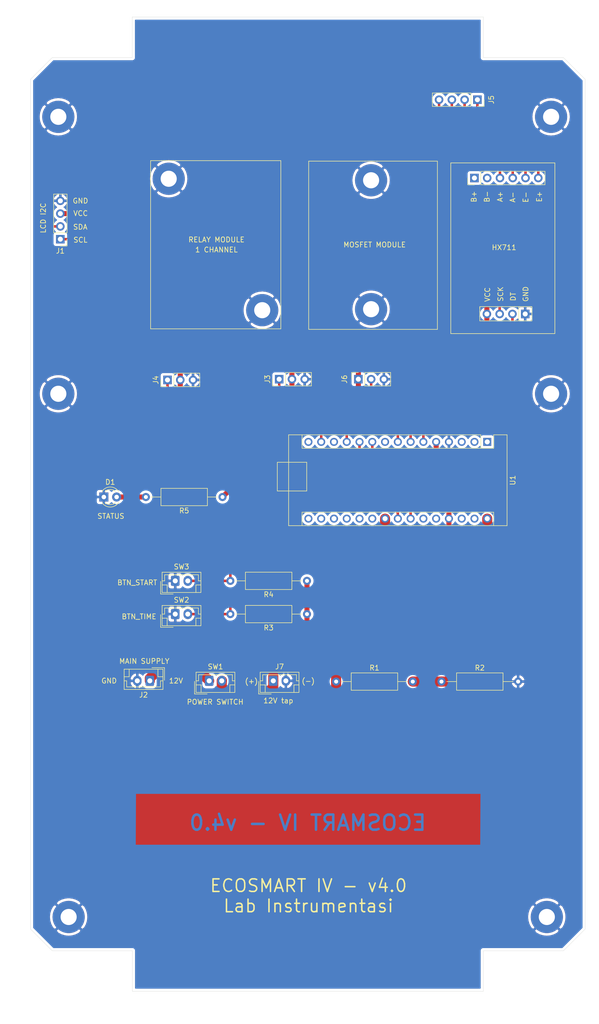
<source format=kicad_pcb>
(kicad_pcb (version 20171130) (host pcbnew 5.1.9+dfsg1-1)
  (layers (0 F.Cu mixed) (31 B.Cu power) (35 F.Paste user hide) (37 F.SilkS user) (38 B.Mask user) (39 F.Mask user) (44 Edge.Cuts user))
  (net 0 "")
  (net 1 SCL)
  (net 2 SDA)
  (net 3 +5V)
  (net 4 GND)
  (net 5 "Net-(J2-Pad1)")
  (net 6 MOSFET)
  (net 7 RELAY)
  (net 8 "Net-(J5-Pad1)")
  (net 9 "Net-(J5-Pad2)")
  (net 10 "Net-(J5-Pad3)")
  (net 11 "Net-(J5-Pad4)")
  (net 12 DROPLET_SENSE)
  (net 13 +12V)
  (net 14 VBATT_SENSE)
  (net 15 BTN_TIME)
  (net 16 BTN_START)
  (net 17 LED_INDICATOR)
  (net 18 D4)
  (net 19 D5)
  (net 20 "Net-(D1-Pad2)")
  (module Module:Arduino_Nano (layer F.Cu) (at 149.44 130.33 270)
    (fp_text reference U1 (at 7.62 -5.08 90) (layer F.SilkS))
    (fp_text value Arduino_Nano_v3.x)
    (fp_line (start 16.64 -3.94) (end -1.4 -3.94) (layer F.SilkS) (width 0.12))
    (fp_line (start 16.64 39.5) (end 16.64 -3.94) (layer F.SilkS) (width 0.12))
    (fp_line (start -1.4 39.5) (end 16.64 39.5) (layer F.SilkS) (width 0.12))
    (fp_line (start 1.27 36.83) (end -1.4 36.83) (layer F.SilkS) (width 0.12))
    (fp_line (start 1.27 1.27) (end 1.27 36.83) (layer F.SilkS) (width 0.12))
    (fp_line (start 1.27 1.27) (end -1.4 1.27) (layer F.SilkS) (width 0.12))
    (fp_line (start 13.97 36.83) (end 16.64 36.83) (layer F.SilkS) (width 0.12))
    (fp_line (start 13.97 -1.27) (end 13.97 36.83) (layer F.SilkS) (width 0.12))
    (fp_line (start 13.97 -1.27) (end 16.64 -1.27) (layer F.SilkS) (width 0.12))
    (fp_line (start -1.4 -3.94) (end -1.4 -1.27) (layer F.SilkS) (width 0.12))
    (fp_line (start -1.4 1.27) (end -1.4 39.5) (layer F.SilkS) (width 0.12))
    (fp_line (start 1.27 -1.27) (end -1.4 -1.27) (layer F.SilkS) (width 0.12))
    (fp_line (start 1.27 1.27) (end 1.27 -1.27) (layer F.SilkS) (width 0.12))
    (pad 1 thru_hole rect (at 0 0 270) (size 1.6 1.6) (drill 1) (layers *.Cu *.Mask))
    (pad 17 thru_hole oval (at 15.24 33.02 270) (size 1.6 1.6) (drill 1) (layers *.Cu *.Mask))
    (pad 2 thru_hole oval (at 0 2.54 270) (size 1.6 1.6) (drill 1) (layers *.Cu *.Mask))
    (pad 18 thru_hole oval (at 15.24 30.48 270) (size 1.6 1.6) (drill 1) (layers *.Cu *.Mask))
    (pad 3 thru_hole oval (at 0 5.08 270) (size 1.6 1.6) (drill 1) (layers *.Cu *.Mask))
    (pad 19 thru_hole oval (at 15.24 27.94 270) (size 1.6 1.6) (drill 1) (layers *.Cu *.Mask))
    (pad 4 thru_hole oval (at 0 7.62 270) (size 1.6 1.6) (drill 1) (layers *.Cu *.Mask) (net 4 GND))
    (pad 20 thru_hole oval (at 15.24 25.4 270) (size 1.6 1.6) (drill 1) (layers *.Cu *.Mask))
    (pad 5 thru_hole oval (at 0 10.16 270) (size 1.6 1.6) (drill 1) (layers *.Cu *.Mask) (net 17 LED_INDICATOR))
    (pad 21 thru_hole oval (at 15.24 22.86 270) (size 1.6 1.6) (drill 1) (layers *.Cu *.Mask))
    (pad 6 thru_hole oval (at 0 12.7 270) (size 1.6 1.6) (drill 1) (layers *.Cu *.Mask) (net 18 D4))
    (pad 22 thru_hole oval (at 15.24 20.32 270) (size 1.6 1.6) (drill 1) (layers *.Cu *.Mask) (net 14 VBATT_SENSE))
    (pad 7 thru_hole oval (at 0 15.24 270) (size 1.6 1.6) (drill 1) (layers *.Cu *.Mask) (net 19 D5))
    (pad 23 thru_hole oval (at 15.24 17.78 270) (size 1.6 1.6) (drill 1) (layers *.Cu *.Mask) (net 2 SDA))
    (pad 8 thru_hole oval (at 0 17.78 270) (size 1.6 1.6) (drill 1) (layers *.Cu *.Mask) (net 12 DROPLET_SENSE))
    (pad 24 thru_hole oval (at 15.24 15.24 270) (size 1.6 1.6) (drill 1) (layers *.Cu *.Mask) (net 1 SCL))
    (pad 9 thru_hole oval (at 0 20.32 270) (size 1.6 1.6) (drill 1) (layers *.Cu *.Mask))
    (pad 25 thru_hole oval (at 15.24 12.7 270) (size 1.6 1.6) (drill 1) (layers *.Cu *.Mask))
    (pad 10 thru_hole oval (at 0 22.86 270) (size 1.6 1.6) (drill 1) (layers *.Cu *.Mask) (net 15 BTN_TIME))
    (pad 26 thru_hole oval (at 15.24 10.16 270) (size 1.6 1.6) (drill 1) (layers *.Cu *.Mask))
    (pad 11 thru_hole oval (at 0 25.4 270) (size 1.6 1.6) (drill 1) (layers *.Cu *.Mask) (net 16 BTN_START))
    (pad 27 thru_hole oval (at 15.24 7.62 270) (size 1.6 1.6) (drill 1) (layers *.Cu *.Mask) (net 3 +5V))
    (pad 12 thru_hole oval (at 0 27.94 270) (size 1.6 1.6) (drill 1) (layers *.Cu *.Mask) (net 6 MOSFET))
    (pad 28 thru_hole oval (at 15.24 5.08 270) (size 1.6 1.6) (drill 1) (layers *.Cu *.Mask))
    (pad 13 thru_hole oval (at 0 30.48 270) (size 1.6 1.6) (drill 1) (layers *.Cu *.Mask))
    (pad 29 thru_hole oval (at 15.24 2.54 270) (size 1.6 1.6) (drill 1) (layers *.Cu *.Mask))
    (pad 14 thru_hole oval (at 0 33.02 270) (size 1.6 1.6) (drill 1) (layers *.Cu *.Mask) (net 7 RELAY))
    (pad 30 thru_hole oval (at 15.24 0 270) (size 1.6 1.6) (drill 1) (layers *.Cu *.Mask) (net 13 +12V))
    (pad 15 thru_hole oval (at 0 35.56 270) (size 1.6 1.6) (drill 1) (layers *.Cu *.Mask))
    (pad 16 thru_hole oval (at 15.24 35.56 270) (size 1.6 1.6) (drill 1) (layers *.Cu *.Mask))
  )
  (module LED_THT:LED_D3.0mm (layer F.Cu) (at 73.19 141.28)
    (fp_text reference D1 (at 1.27 -2.96) (layer F.SilkS))
    (fp_text value GREEN)
    (fp_line (start -0.29 1.08) (end -0.29 1.236) (layer F.SilkS) (width 0.12))
    (fp_line (start -0.29 -1.236) (end -0.29 -1.08) (layer F.SilkS) (width 0.12))
    (fp_arc (start 1.27 0) (end -0.29 -1.235516) (angle 108.8) (layer F.SilkS) (width 0.12))
    (fp_arc (start 1.27 0) (end -0.29 1.235516) (angle -108.8) (layer F.SilkS) (width 0.12))
    (fp_arc (start 1.27 0) (end 0.229039 -1.08) (angle 87.9) (layer F.SilkS) (width 0.12))
    (fp_arc (start 1.27 0) (end 0.229039 1.08) (angle -87.9) (layer F.SilkS) (width 0.12))
    (pad 1 thru_hole rect (at 0 0) (size 1.8 1.8) (drill 0.9) (layers *.Cu *.Mask) (net 4 GND))
    (pad 2 thru_hole circle (at 2.54 0) (size 1.8 1.8) (drill 0.9) (layers *.Cu *.Mask) (net 20 "Net-(D1-Pad2)"))
  )
  (module MountingHole:MountingHole_3.2mm_M3_Pad (layer F.Cu) (at 64.14 120.78)
    (fp_text reference H1)
    (fp_text value MountingHole_Pad)
    (pad 1 thru_hole circle (at 0 0) (size 6.4 6.4) (drill 3.2) (layers *.Cu *.Mask) (net 4 GND))
  )
  (module MountingHole:MountingHole_3.2mm_M3_Pad (layer F.Cu) (at 104.69 104.18)
    (fp_text reference H2)
    (fp_text value MountingHole_Pad)
    (pad 1 thru_hole circle (at 0 0) (size 6.4 6.4) (drill 3.2) (layers *.Cu *.Mask) (net 4 GND))
  )
  (module MountingHole:MountingHole_3.2mm_M3_Pad (layer F.Cu) (at 162.14 65.78)
    (fp_text reference H3)
    (fp_text value MountingHole_Pad)
    (pad 1 thru_hole circle (at 0 0) (size 6.4 6.4) (drill 3.2) (layers *.Cu *.Mask) (net 4 GND))
  )
  (module MountingHole:MountingHole_3.2mm_M3_Pad (layer F.Cu) (at 162.14 120.78)
    (fp_text reference H4)
    (fp_text value MountingHole_Pad)
    (pad 1 thru_hole circle (at 0 0) (size 6.4 6.4) (drill 3.2) (layers *.Cu *.Mask) (net 4 GND))
  )
  (module MountingHole:MountingHole_3.2mm_M3_Pad (layer F.Cu) (at 86.09 78.08)
    (fp_text reference H5)
    (fp_text value MountingHole_Pad)
    (pad 1 thru_hole circle (at 0 0) (size 6.4 6.4) (drill 3.2) (layers *.Cu *.Mask) (net 4 GND))
  )
  (module MountingHole:MountingHole_3.2mm_M3_Pad (layer F.Cu) (at 126.34 103.98)
    (fp_text reference H6)
    (fp_text value MountingHole_Pad)
    (pad 1 thru_hole circle (at 0 0) (size 6.4 6.4) (drill 3.2) (layers *.Cu *.Mask) (net 4 GND))
  )
  (module MountingHole:MountingHole_3.2mm_M3_Pad (layer F.Cu) (at 126.34 78.38)
    (fp_text reference H7)
    (fp_text value MountingHole_Pad)
    (pad 1 thru_hole circle (at 0 0) (size 6.4 6.4) (drill 3.2) (layers *.Cu *.Mask) (net 4 GND))
  )
  (module MountingHole:MountingHole_3.2mm_M3_Pad (layer F.Cu) (at 64.14 65.78)
    (fp_text reference H8)
    (fp_text value MountingHole_Pad)
    (pad 1 thru_hole circle (at 0 0) (size 6.4 6.4) (drill 3.2) (layers *.Cu *.Mask) (net 4 GND))
  )
  (module Connector_PinHeader_2.54mm:PinHeader_1x04_P2.54mm_Vertical (layer F.Cu) (at 64.54 90.08 180)
    (fp_text reference J1 (at 0 -2.33) (layer F.SilkS))
    (fp_text value "LCD I2C")
    (fp_line (start -1.33 -1.33) (end 0 -1.33) (layer F.SilkS) (width 0.12))
    (fp_line (start -1.33 0) (end -1.33 -1.33) (layer F.SilkS) (width 0.12))
    (fp_line (start -1.33 1.27) (end 1.33 1.27) (layer F.SilkS) (width 0.12))
    (fp_line (start 1.33 1.27) (end 1.33 8.95) (layer F.SilkS) (width 0.12))
    (fp_line (start -1.33 1.27) (end -1.33 8.95) (layer F.SilkS) (width 0.12))
    (fp_line (start -1.33 8.95) (end 1.33 8.95) (layer F.SilkS) (width 0.12))
    (pad 1 thru_hole rect (at 0 0 180) (size 1.7 1.7) (drill 1) (layers *.Cu *.Mask) (net 1 SCL))
    (pad 2 thru_hole oval (at 0 2.54 180) (size 1.7 1.7) (drill 1) (layers *.Cu *.Mask) (net 2 SDA))
    (pad 3 thru_hole oval (at 0 5.08 180) (size 1.7 1.7) (drill 1) (layers *.Cu *.Mask) (net 3 +5V))
    (pad 4 thru_hole oval (at 0 7.62 180) (size 1.7 1.7) (drill 1) (layers *.Cu *.Mask) (net 4 GND))
  )
  (module Connector_JST:JST_EH_B2B-EH-A_1x02_P2.50mm_Vertical (layer F.Cu) (at 82.34 177.78 180)
    (fp_text reference J2 (at 1.25 -2.8) (layer F.SilkS))
    (fp_text value 12V)
    (fp_line (start -2.91 2.61) (end -0.41 2.61) (layer F.SilkS) (width 0.12))
    (fp_line (start -2.91 0.11) (end -2.91 2.61) (layer F.SilkS) (width 0.12))
    (fp_line (start 4.11 0.81) (end 4.11 2.31) (layer F.SilkS) (width 0.12))
    (fp_line (start 5.11 0.81) (end 4.11 0.81) (layer F.SilkS) (width 0.12))
    (fp_line (start -1.61 0.81) (end -1.61 2.31) (layer F.SilkS) (width 0.12))
    (fp_line (start -2.61 0.81) (end -1.61 0.81) (layer F.SilkS) (width 0.12))
    (fp_line (start 4.61 0) (end 5.11 0) (layer F.SilkS) (width 0.12))
    (fp_line (start 4.61 -1.21) (end 4.61 0) (layer F.SilkS) (width 0.12))
    (fp_line (start -2.11 -1.21) (end 4.61 -1.21) (layer F.SilkS) (width 0.12))
    (fp_line (start -2.11 0) (end -2.11 -1.21) (layer F.SilkS) (width 0.12))
    (fp_line (start -2.61 0) (end -2.11 0) (layer F.SilkS) (width 0.12))
    (fp_line (start 5.11 -1.71) (end -2.61 -1.71) (layer F.SilkS) (width 0.12))
    (fp_line (start 5.11 2.31) (end 5.11 -1.71) (layer F.SilkS) (width 0.12))
    (fp_line (start -2.61 2.31) (end 5.11 2.31) (layer F.SilkS) (width 0.12))
    (fp_line (start -2.61 -1.71) (end -2.61 2.31) (layer F.SilkS) (width 0.12))
    (pad 1 thru_hole roundrect (at 0 0 180) (size 1.7 2) (drill 1) (layers *.Cu *.Mask) (roundrect_rratio 0.147059) (net 5 "Net-(J2-Pad1)"))
    (pad 2 thru_hole oval (at 2.5 0 180) (size 1.7 2) (drill 1) (layers *.Cu *.Mask) (net 4 GND))
  )
  (module Connector_PinHeader_2.54mm:PinHeader_1x03_P2.54mm_Vertical (layer F.Cu) (at 108.06 117.88 90)
    (fp_text reference J3 (at 0 -2.33 90) (layer F.SilkS))
    (fp_text value MOSFET)
    (fp_line (start -1.33 6.41) (end 1.33 6.41) (layer F.SilkS) (width 0.12))
    (fp_line (start -1.33 1.27) (end -1.33 6.41) (layer F.SilkS) (width 0.12))
    (fp_line (start 1.33 1.27) (end 1.33 6.41) (layer F.SilkS) (width 0.12))
    (fp_line (start -1.33 1.27) (end 1.33 1.27) (layer F.SilkS) (width 0.12))
    (fp_line (start -1.33 0) (end -1.33 -1.33) (layer F.SilkS) (width 0.12))
    (fp_line (start -1.33 -1.33) (end 0 -1.33) (layer F.SilkS) (width 0.12))
    (pad 3 thru_hole oval (at 0 5.08 90) (size 1.7 1.7) (drill 1) (layers *.Cu *.Mask) (net 4 GND))
    (pad 2 thru_hole oval (at 0 2.54 90) (size 1.7 1.7) (drill 1) (layers *.Cu *.Mask) (net 3 +5V))
    (pad 1 thru_hole rect (at 0 0 90) (size 1.7 1.7) (drill 1) (layers *.Cu *.Mask) (net 6 MOSFET))
  )
  (module Connector_PinHeader_2.54mm:PinHeader_1x03_P2.54mm_Vertical (layer F.Cu) (at 85.85 118.03 90)
    (fp_text reference J4 (at 0 -2.33 90) (layer F.SilkS))
    (fp_text value RELAY)
    (fp_line (start -1.33 -1.33) (end 0 -1.33) (layer F.SilkS) (width 0.12))
    (fp_line (start -1.33 0) (end -1.33 -1.33) (layer F.SilkS) (width 0.12))
    (fp_line (start -1.33 1.27) (end 1.33 1.27) (layer F.SilkS) (width 0.12))
    (fp_line (start 1.33 1.27) (end 1.33 6.41) (layer F.SilkS) (width 0.12))
    (fp_line (start -1.33 1.27) (end -1.33 6.41) (layer F.SilkS) (width 0.12))
    (fp_line (start -1.33 6.41) (end 1.33 6.41) (layer F.SilkS) (width 0.12))
    (pad 1 thru_hole rect (at 0 0 90) (size 1.7 1.7) (drill 1) (layers *.Cu *.Mask) (net 7 RELAY))
    (pad 2 thru_hole oval (at 0 2.54 90) (size 1.7 1.7) (drill 1) (layers *.Cu *.Mask) (net 3 +5V))
    (pad 3 thru_hole oval (at 0 5.08 90) (size 1.7 1.7) (drill 1) (layers *.Cu *.Mask) (net 4 GND))
  )
  (module Connector_PinSocket_2.54mm:PinSocket_1x04_P2.54mm_Vertical (layer F.Cu) (at 147.48 62.38 270)
    (fp_text reference J5 (at 0 -2.77 90) (layer F.SilkS))
    (fp_text value LOADCELL)
    (fp_line (start 0 -1.33) (end 1.33 -1.33) (layer F.SilkS) (width 0.12))
    (fp_line (start 1.33 -1.33) (end 1.33 0) (layer F.SilkS) (width 0.12))
    (fp_line (start 1.33 1.27) (end 1.33 8.95) (layer F.SilkS) (width 0.12))
    (fp_line (start -1.33 8.95) (end 1.33 8.95) (layer F.SilkS) (width 0.12))
    (fp_line (start -1.33 1.27) (end -1.33 8.95) (layer F.SilkS) (width 0.12))
    (fp_line (start -1.33 1.27) (end 1.33 1.27) (layer F.SilkS) (width 0.12))
    (pad 1 thru_hole rect (at 0 0 270) (size 1.7 1.7) (drill 1) (layers *.Cu *.Mask) (net 8 "Net-(J5-Pad1)"))
    (pad 2 thru_hole oval (at 0 2.54 270) (size 1.7 1.7) (drill 1) (layers *.Cu *.Mask) (net 9 "Net-(J5-Pad2)"))
    (pad 3 thru_hole oval (at 0 5.08 270) (size 1.7 1.7) (drill 1) (layers *.Cu *.Mask) (net 10 "Net-(J5-Pad3)"))
    (pad 4 thru_hole oval (at 0 7.62 270) (size 1.7 1.7) (drill 1) (layers *.Cu *.Mask) (net 11 "Net-(J5-Pad4)"))
  )
  (module Connector_PinSocket_2.54mm:PinSocket_1x03_P2.54mm_Vertical (layer F.Cu) (at 123.81 117.88 90)
    (fp_text reference J6 (at 0 -2.77 90) (layer F.SilkS))
    (fp_text value SENSOR)
    (fp_line (start 0 -1.33) (end 1.33 -1.33) (layer F.SilkS) (width 0.12))
    (fp_line (start 1.33 -1.33) (end 1.33 0) (layer F.SilkS) (width 0.12))
    (fp_line (start 1.33 1.27) (end 1.33 6.41) (layer F.SilkS) (width 0.12))
    (fp_line (start -1.33 6.41) (end 1.33 6.41) (layer F.SilkS) (width 0.12))
    (fp_line (start -1.33 1.27) (end -1.33 6.41) (layer F.SilkS) (width 0.12))
    (fp_line (start -1.33 1.27) (end 1.33 1.27) (layer F.SilkS) (width 0.12))
    (pad 1 thru_hole rect (at 0 0 90) (size 1.7 1.7) (drill 1) (layers *.Cu *.Mask) (net 3 +5V))
    (pad 2 thru_hole oval (at 0 2.54 90) (size 1.7 1.7) (drill 1) (layers *.Cu *.Mask) (net 12 DROPLET_SENSE))
    (pad 3 thru_hole oval (at 0 5.08 90) (size 1.7 1.7) (drill 1) (layers *.Cu *.Mask) (net 4 GND))
  )
  (module Connector_JST:JST_EH_B2B-EH-A_1x02_P2.50mm_Vertical (layer F.Cu) (at 106.89 177.78)
    (fp_text reference J7 (at 1.25 -2.8) (layer F.SilkS))
    (fp_text value 12V)
    (fp_line (start -2.91 2.61) (end -0.41 2.61) (layer F.SilkS) (width 0.12))
    (fp_line (start -2.91 0.11) (end -2.91 2.61) (layer F.SilkS) (width 0.12))
    (fp_line (start 4.11 0.81) (end 4.11 2.31) (layer F.SilkS) (width 0.12))
    (fp_line (start 5.11 0.81) (end 4.11 0.81) (layer F.SilkS) (width 0.12))
    (fp_line (start -1.61 0.81) (end -1.61 2.31) (layer F.SilkS) (width 0.12))
    (fp_line (start -2.61 0.81) (end -1.61 0.81) (layer F.SilkS) (width 0.12))
    (fp_line (start 4.61 0) (end 5.11 0) (layer F.SilkS) (width 0.12))
    (fp_line (start 4.61 -1.21) (end 4.61 0) (layer F.SilkS) (width 0.12))
    (fp_line (start -2.11 -1.21) (end 4.61 -1.21) (layer F.SilkS) (width 0.12))
    (fp_line (start -2.11 0) (end -2.11 -1.21) (layer F.SilkS) (width 0.12))
    (fp_line (start -2.61 0) (end -2.11 0) (layer F.SilkS) (width 0.12))
    (fp_line (start 5.11 -1.71) (end -2.61 -1.71) (layer F.SilkS) (width 0.12))
    (fp_line (start 5.11 2.31) (end 5.11 -1.71) (layer F.SilkS) (width 0.12))
    (fp_line (start -2.61 2.31) (end 5.11 2.31) (layer F.SilkS) (width 0.12))
    (fp_line (start -2.61 -1.71) (end -2.61 2.31) (layer F.SilkS) (width 0.12))
    (pad 1 thru_hole roundrect (at 0 0) (size 1.7 2) (drill 1) (layers *.Cu *.Mask) (roundrect_rratio 0.147059) (net 13 +12V))
    (pad 2 thru_hole oval (at 2.5 0) (size 1.7 2) (drill 1) (layers *.Cu *.Mask) (net 4 GND))
  )
  (module Resistor_THT:R_Axial_DIN0309_L9.0mm_D3.2mm_P15.24mm_Horizontal (layer F.Cu) (at 119.39 177.93)
    (fp_text reference R1 (at 7.62 -2.72) (layer F.SilkS))
    (fp_text value 64k)
    (fp_line (start 14.2 0) (end 12.24 0) (layer F.SilkS) (width 0.12))
    (fp_line (start 1.04 0) (end 3 0) (layer F.SilkS) (width 0.12))
    (fp_line (start 12.24 -1.72) (end 3 -1.72) (layer F.SilkS) (width 0.12))
    (fp_line (start 12.24 1.72) (end 12.24 -1.72) (layer F.SilkS) (width 0.12))
    (fp_line (start 3 1.72) (end 12.24 1.72) (layer F.SilkS) (width 0.12))
    (fp_line (start 3 -1.72) (end 3 1.72) (layer F.SilkS) (width 0.12))
    (pad 1 thru_hole circle (at 0 0) (size 1.6 1.6) (drill 0.8) (layers *.Cu *.Mask) (net 13 +12V))
    (pad 2 thru_hole oval (at 15.24 0) (size 1.6 1.6) (drill 0.8) (layers *.Cu *.Mask) (net 14 VBATT_SENSE))
  )
  (module Resistor_THT:R_Axial_DIN0309_L9.0mm_D3.2mm_P15.24mm_Horizontal (layer F.Cu) (at 140.34 177.93)
    (fp_text reference R2 (at 7.62 -2.72) (layer F.SilkS))
    (fp_text value 32k)
    (fp_line (start 3 -1.72) (end 3 1.72) (layer F.SilkS) (width 0.12))
    (fp_line (start 3 1.72) (end 12.24 1.72) (layer F.SilkS) (width 0.12))
    (fp_line (start 12.24 1.72) (end 12.24 -1.72) (layer F.SilkS) (width 0.12))
    (fp_line (start 12.24 -1.72) (end 3 -1.72) (layer F.SilkS) (width 0.12))
    (fp_line (start 1.04 0) (end 3 0) (layer F.SilkS) (width 0.12))
    (fp_line (start 14.2 0) (end 12.24 0) (layer F.SilkS) (width 0.12))
    (pad 2 thru_hole oval (at 15.24 0) (size 1.6 1.6) (drill 0.8) (layers *.Cu *.Mask) (net 4 GND))
    (pad 1 thru_hole circle (at 0 0) (size 1.6 1.6) (drill 0.8) (layers *.Cu *.Mask) (net 14 VBATT_SENSE))
  )
  (module Resistor_THT:R_Axial_DIN0309_L9.0mm_D3.2mm_P15.24mm_Horizontal (layer F.Cu) (at 113.59 164.53 180)
    (fp_text reference R3 (at 7.62 -2.72) (layer F.SilkS))
    (fp_text value 10k)
    (fp_line (start 3 -1.72) (end 3 1.72) (layer F.SilkS) (width 0.12))
    (fp_line (start 3 1.72) (end 12.24 1.72) (layer F.SilkS) (width 0.12))
    (fp_line (start 12.24 1.72) (end 12.24 -1.72) (layer F.SilkS) (width 0.12))
    (fp_line (start 12.24 -1.72) (end 3 -1.72) (layer F.SilkS) (width 0.12))
    (fp_line (start 1.04 0) (end 3 0) (layer F.SilkS) (width 0.12))
    (fp_line (start 14.2 0) (end 12.24 0) (layer F.SilkS) (width 0.12))
    (pad 2 thru_hole oval (at 15.24 0 180) (size 1.6 1.6) (drill 0.8) (layers *.Cu *.Mask) (net 15 BTN_TIME))
    (pad 1 thru_hole circle (at 0 0 180) (size 1.6 1.6) (drill 0.8) (layers *.Cu *.Mask) (net 3 +5V))
  )
  (module Resistor_THT:R_Axial_DIN0309_L9.0mm_D3.2mm_P15.24mm_Horizontal (layer F.Cu) (at 113.59 157.93 180)
    (fp_text reference R4 (at 7.62 -2.72) (layer F.SilkS))
    (fp_text value 10k)
    (fp_line (start 14.2 0) (end 12.24 0) (layer F.SilkS) (width 0.12))
    (fp_line (start 1.04 0) (end 3 0) (layer F.SilkS) (width 0.12))
    (fp_line (start 12.24 -1.72) (end 3 -1.72) (layer F.SilkS) (width 0.12))
    (fp_line (start 12.24 1.72) (end 12.24 -1.72) (layer F.SilkS) (width 0.12))
    (fp_line (start 3 1.72) (end 12.24 1.72) (layer F.SilkS) (width 0.12))
    (fp_line (start 3 -1.72) (end 3 1.72) (layer F.SilkS) (width 0.12))
    (pad 1 thru_hole circle (at 0 0 180) (size 1.6 1.6) (drill 0.8) (layers *.Cu *.Mask) (net 3 +5V))
    (pad 2 thru_hole oval (at 15.24 0 180) (size 1.6 1.6) (drill 0.8) (layers *.Cu *.Mask) (net 16 BTN_START))
  )
  (module Resistor_THT:R_Axial_DIN0309_L9.0mm_D3.2mm_P15.24mm_Horizontal (layer F.Cu) (at 96.79 141.28 180)
    (fp_text reference R5 (at 7.62 -2.72) (layer F.SilkS))
    (fp_text value 3k3)
    (fp_line (start 14.2 0) (end 12.24 0) (layer F.SilkS) (width 0.12))
    (fp_line (start 1.04 0) (end 3 0) (layer F.SilkS) (width 0.12))
    (fp_line (start 12.24 -1.72) (end 3 -1.72) (layer F.SilkS) (width 0.12))
    (fp_line (start 12.24 1.72) (end 12.24 -1.72) (layer F.SilkS) (width 0.12))
    (fp_line (start 3 1.72) (end 12.24 1.72) (layer F.SilkS) (width 0.12))
    (fp_line (start 3 -1.72) (end 3 1.72) (layer F.SilkS) (width 0.12))
    (pad 1 thru_hole circle (at 0 0 180) (size 1.6 1.6) (drill 0.8) (layers *.Cu *.Mask) (net 17 LED_INDICATOR))
    (pad 2 thru_hole oval (at 15.24 0 180) (size 1.6 1.6) (drill 0.8) (layers *.Cu *.Mask) (net 20 "Net-(D1-Pad2)"))
  )
  (module Connector_JST:JST_EH_B2B-EH-A_1x02_P2.50mm_Vertical (layer F.Cu) (at 94.14 177.78)
    (fp_text reference SW1 (at 1.25 -2.8) (layer F.SilkS))
    (fp_text value BTN_POWER)
    (fp_line (start -2.61 -1.71) (end -2.61 2.31) (layer F.SilkS) (width 0.12))
    (fp_line (start -2.61 2.31) (end 5.11 2.31) (layer F.SilkS) (width 0.12))
    (fp_line (start 5.11 2.31) (end 5.11 -1.71) (layer F.SilkS) (width 0.12))
    (fp_line (start 5.11 -1.71) (end -2.61 -1.71) (layer F.SilkS) (width 0.12))
    (fp_line (start -2.61 0) (end -2.11 0) (layer F.SilkS) (width 0.12))
    (fp_line (start -2.11 0) (end -2.11 -1.21) (layer F.SilkS) (width 0.12))
    (fp_line (start -2.11 -1.21) (end 4.61 -1.21) (layer F.SilkS) (width 0.12))
    (fp_line (start 4.61 -1.21) (end 4.61 0) (layer F.SilkS) (width 0.12))
    (fp_line (start 4.61 0) (end 5.11 0) (layer F.SilkS) (width 0.12))
    (fp_line (start -2.61 0.81) (end -1.61 0.81) (layer F.SilkS) (width 0.12))
    (fp_line (start -1.61 0.81) (end -1.61 2.31) (layer F.SilkS) (width 0.12))
    (fp_line (start 5.11 0.81) (end 4.11 0.81) (layer F.SilkS) (width 0.12))
    (fp_line (start 4.11 0.81) (end 4.11 2.31) (layer F.SilkS) (width 0.12))
    (fp_line (start -2.91 0.11) (end -2.91 2.61) (layer F.SilkS) (width 0.12))
    (fp_line (start -2.91 2.61) (end -0.41 2.61) (layer F.SilkS) (width 0.12))
    (pad 2 thru_hole oval (at 2.5 0) (size 1.7 2) (drill 1) (layers *.Cu *.Mask) (net 13 +12V))
    (pad 1 thru_hole roundrect (at 0 0) (size 1.7 2) (drill 1) (layers *.Cu *.Mask) (roundrect_rratio 0.147059) (net 5 "Net-(J2-Pad1)"))
  )
  (module Connector_JST:JST_EH_B2B-EH-A_1x02_P2.50mm_Vertical (layer F.Cu) (at 87.39 164.53)
    (fp_text reference SW2 (at 1.25 -2.8) (layer F.SilkS))
    (fp_text value BTN_TIME)
    (fp_line (start -2.61 -1.71) (end -2.61 2.31) (layer F.SilkS) (width 0.12))
    (fp_line (start -2.61 2.31) (end 5.11 2.31) (layer F.SilkS) (width 0.12))
    (fp_line (start 5.11 2.31) (end 5.11 -1.71) (layer F.SilkS) (width 0.12))
    (fp_line (start 5.11 -1.71) (end -2.61 -1.71) (layer F.SilkS) (width 0.12))
    (fp_line (start -2.61 0) (end -2.11 0) (layer F.SilkS) (width 0.12))
    (fp_line (start -2.11 0) (end -2.11 -1.21) (layer F.SilkS) (width 0.12))
    (fp_line (start -2.11 -1.21) (end 4.61 -1.21) (layer F.SilkS) (width 0.12))
    (fp_line (start 4.61 -1.21) (end 4.61 0) (layer F.SilkS) (width 0.12))
    (fp_line (start 4.61 0) (end 5.11 0) (layer F.SilkS) (width 0.12))
    (fp_line (start -2.61 0.81) (end -1.61 0.81) (layer F.SilkS) (width 0.12))
    (fp_line (start -1.61 0.81) (end -1.61 2.31) (layer F.SilkS) (width 0.12))
    (fp_line (start 5.11 0.81) (end 4.11 0.81) (layer F.SilkS) (width 0.12))
    (fp_line (start 4.11 0.81) (end 4.11 2.31) (layer F.SilkS) (width 0.12))
    (fp_line (start -2.91 0.11) (end -2.91 2.61) (layer F.SilkS) (width 0.12))
    (fp_line (start -2.91 2.61) (end -0.41 2.61) (layer F.SilkS) (width 0.12))
    (pad 2 thru_hole oval (at 2.5 0) (size 1.7 2) (drill 1) (layers *.Cu *.Mask) (net 15 BTN_TIME))
    (pad 1 thru_hole roundrect (at 0 0) (size 1.7 2) (drill 1) (layers *.Cu *.Mask) (roundrect_rratio 0.147059) (net 4 GND))
  )
  (module Connector_JST:JST_EH_B2B-EH-A_1x02_P2.50mm_Vertical (layer F.Cu) (at 87.39 157.93)
    (fp_text reference SW3 (at 1.25 -2.8) (layer F.SilkS))
    (fp_text value BTN_START)
    (fp_line (start -2.91 2.61) (end -0.41 2.61) (layer F.SilkS) (width 0.12))
    (fp_line (start -2.91 0.11) (end -2.91 2.61) (layer F.SilkS) (width 0.12))
    (fp_line (start 4.11 0.81) (end 4.11 2.31) (layer F.SilkS) (width 0.12))
    (fp_line (start 5.11 0.81) (end 4.11 0.81) (layer F.SilkS) (width 0.12))
    (fp_line (start -1.61 0.81) (end -1.61 2.31) (layer F.SilkS) (width 0.12))
    (fp_line (start -2.61 0.81) (end -1.61 0.81) (layer F.SilkS) (width 0.12))
    (fp_line (start 4.61 0) (end 5.11 0) (layer F.SilkS) (width 0.12))
    (fp_line (start 4.61 -1.21) (end 4.61 0) (layer F.SilkS) (width 0.12))
    (fp_line (start -2.11 -1.21) (end 4.61 -1.21) (layer F.SilkS) (width 0.12))
    (fp_line (start -2.11 0) (end -2.11 -1.21) (layer F.SilkS) (width 0.12))
    (fp_line (start -2.61 0) (end -2.11 0) (layer F.SilkS) (width 0.12))
    (fp_line (start 5.11 -1.71) (end -2.61 -1.71) (layer F.SilkS) (width 0.12))
    (fp_line (start 5.11 2.31) (end 5.11 -1.71) (layer F.SilkS) (width 0.12))
    (fp_line (start -2.61 2.31) (end 5.11 2.31) (layer F.SilkS) (width 0.12))
    (fp_line (start -2.61 -1.71) (end -2.61 2.31) (layer F.SilkS) (width 0.12))
    (pad 1 thru_hole roundrect (at 0 0) (size 1.7 2) (drill 1) (layers *.Cu *.Mask) (roundrect_rratio 0.147059) (net 4 GND))
    (pad 2 thru_hole oval (at 2.5 0) (size 1.7 2) (drill 1) (layers *.Cu *.Mask) (net 16 BTN_START))
  )
  (module LoadCell:HX711 (layer F.Cu) (at 162.89 108.83 90)
    (fp_text reference U2)
    (fp_text value HX711)
    (fp_line (start 29.57 -14.73) (end 32.23 -14.73) (layer F.SilkS) (width 0.12))
    (fp_line (start 29.57 -14.73) (end 29.57 -1.97) (layer F.SilkS) (width 0.12))
    (fp_line (start 32.23 -14.73) (end 32.23 -1.97) (layer F.SilkS) (width 0.12))
    (fp_line (start 29.57 -1.97) (end 32.23 -1.97) (layer F.SilkS) (width 0.12))
    (fp_line (start 29.57 -16) (end 29.57 -17.33) (layer F.SilkS) (width 0.12))
    (fp_line (start 29.57 -17.33) (end 30.9 -17.33) (layer F.SilkS) (width 0.12))
    (fp_line (start 33.9 0) (end 33.9 -20.7) (layer F.SilkS) (width 0.12))
    (fp_line (start 0 0) (end 33.9 0) (layer F.SilkS) (width 0.12))
    (fp_line (start 0 0) (end 0 -20.7) (layer F.SilkS) (width 0.12))
    (fp_line (start 0 -20.7) (end 33.9 -20.7) (layer F.SilkS) (width 0.12))
    (fp_line (start 5.23 -7.17) (end 2.57 -7.17) (layer F.SilkS) (width 0.12))
    (fp_line (start 5.23 -4.57) (end 3.9 -4.57) (layer F.SilkS) (width 0.12))
    (fp_line (start 3.89 -4.57) (end 2.53 -4.57) (layer F.SilkS) (width 0.12))
    (fp_line (start 2.53 -4.57) (end 2.53 -14.93) (layer F.SilkS) (width 0.12))
    (fp_line (start 2.53 -14.93) (end 5.25 -14.93) (layer F.SilkS) (width 0.12))
    (fp_line (start 5.34 -4.57) (end 5.03 -4.57) (layer F.SilkS) (width 0.12))
    (fp_line (start 5.36 -4.58) (end 5.36 -14.94) (layer F.SilkS) (width 0.12))
    (fp_line (start 5.3 -7.17) (end 5.1 -7.17) (layer F.SilkS) (width 0.12))
    (fp_line (start 5.34 -14.93) (end 4.94 -14.93) (layer F.SilkS) (width 0.12))
    (fp_text user GND (at 7.85 -5.8 90) (layer F.SilkS))
    (fp_text user DT (at 7.35 -8.3 90) (layer F.SilkS))
    (fp_text user SCK (at 7.85 -10.8 90) (layer F.SilkS))
    (fp_text user VCC (at 7.75 -13.4 90) (layer F.SilkS))
    (fp_text user E+ (at 27.2 -3.1 90) (layer F.SilkS))
    (fp_text user E- (at 27.1 -5.8 90) (layer F.SilkS))
    (fp_text user A- (at 27.1 -8.4 90) (layer F.SilkS))
    (fp_text user A+ (at 27.2 -10.9 90) (layer F.SilkS))
    (fp_text user B- (at 27.2 -13.5 90) (layer F.SilkS))
    (fp_text user B+ (at 27.2 -16.1 90) (layer F.SilkS))
    (fp_text user HX711 (at 17.1 -10.1 180) (layer F.SilkS))
    (pad 2 thru_hole oval (at 3.9 -8.44 270) (size 1.7 1.7) (drill 1) (layers *.Cu *.Mask) (net 19 D5))
    (pad 1 thru_hole rect (at 3.9 -5.9 270) (size 1.7 1.7) (drill 1) (layers *.Cu *.Mask) (net 4 GND))
    (pad 3 thru_hole oval (at 3.9 -10.98 270) (size 1.7 1.7) (drill 1) (layers *.Cu *.Mask) (net 18 D4))
    (pad 4 thru_hole oval (at 3.9 -13.52 270) (size 1.7 1.7) (drill 1) (layers *.Cu *.Mask) (net 3 +5V))
    (pad 8 thru_hole oval (at 30.9 -10.92 90) (size 1.7 1.7) (drill 1) (layers *.Cu *.Mask) (net 11 "Net-(J5-Pad4)"))
    (pad 10 thru_hole rect (at 30.9 -16 90) (size 1.7 1.7) (drill 1) (layers *.Cu *.Mask))
    (pad 7 thru_hole oval (at 30.9 -8.38 90) (size 1.7 1.7) (drill 1) (layers *.Cu *.Mask) (net 10 "Net-(J5-Pad3)"))
    (pad 6 thru_hole oval (at 30.9 -5.84 90) (size 1.7 1.7) (drill 1) (layers *.Cu *.Mask) (net 9 "Net-(J5-Pad2)"))
    (pad 5 thru_hole oval (at 30.9 -3.3 90) (size 1.7 1.7) (drill 1) (layers *.Cu *.Mask) (net 8 "Net-(J5-Pad1)"))
    (pad 9 thru_hole oval (at 30.9 -13.46 90) (size 1.7 1.7) (drill 1) (layers *.Cu *.Mask))
  )
  (module MountingHole:MountingHole_3.2mm_M3_Pad (layer F.Cu) (at 161.29 224.68)
    (fp_text reference H9)
    (fp_text value MountingHole_Pad)
    (pad 1 thru_hole circle (at 0 0) (size 6.4 6.4) (drill 3.2) (layers *.Cu *.Mask) (net 4 GND))
  )
  (module MountingHole:MountingHole_3.2mm_M3_Pad (layer F.Cu) (at 66.19 224.68)
    (fp_text reference H10)
    (fp_text value MountingHole_Pad)
    (pad 1 thru_hole circle (at 0 0) (size 6.4 6.4) (drill 3.2) (layers *.Cu *.Mask) (net 4 GND))
  )
  (gr_text SCL (at 68.54 90.23) (layer F.SilkS) (effects (font (size 1 1))))
  (gr_text "LCD I2C" (at 61.14 85.88 90) (layer F.SilkS) (effects (font (size 1 1))))
  (gr_text "ECOSMART IV - v4.0\nLab Instrumentasi" (at 113.89 220.48) (layer F.SilkS) (effects (font (size 2.5 2.5) (thickness 0.3))))
  (gr_text STATUS (at 74.59 145.08) (layer F.SilkS) (effects (font (size 1 1))))
  (gr_text "ECOSMART IV - v4.0" (at 113.74 205.98) (layer B.Cu) (effects (font (size 3 3) (thickness 0.5)) (justify mirror)))
  (gr_text BTN_START (at 79.84 158.28) (layer F.SilkS) (effects (font (size 1 1))))
  (gr_text BTN_TIME (at 80.19 165.03) (layer F.SilkS) (effects (font (size 1 1))))
  (gr_line (start 107.69 134.43) (end 107.69 140.08) (layer F.SilkS) (width 0.12))
  (gr_line (start 113.54 134.38) (end 107.69 134.38) (layer F.SilkS) (width 0.12))
  (gr_line (start 113.54 140.08) (end 113.54 134.38) (layer F.SilkS) (width 0.12))
  (gr_line (start 107.69 140.08) (end 113.54 140.08) (layer F.SilkS) (width 0.12))
  (gr_text "(-)" (at 113.84 177.83) (layer F.SilkS) (effects (font (size 1 1))))
  (gr_text "(+)" (at 102.54 177.88) (layer F.SilkS) (effects (font (size 1 1))))
  (gr_text "12V tap" (at 107.89 181.73) (layer F.SilkS) (effects (font (size 1 1))))
  (gr_text GND (at 74.24 177.78) (layer F.SilkS) (effects (font (size 1 1))))
  (gr_text 12V (at 87.54 177.78) (layer F.SilkS) (effects (font (size 1 1))))
  (gr_text "MAIN SUPPLY" (at 81.24 173.88) (layer F.SilkS) (effects (font (size 1 1))))
  (gr_text "POWER SWITCH" (at 95.34 181.98) (layer F.SilkS) (effects (font (size 1 1))))
  (gr_text SDA (at 68.51 87.66) (layer F.SilkS) (effects (font (size 1 1))))
  (gr_text VCC (at 68.57 84.95) (layer F.SilkS) (effects (font (size 1 1))))
  (gr_text GND (at 68.54 82.47) (layer F.SilkS) (effects (font (size 1 1))))
  (gr_line (start 82.49 107.88) (end 108.39 107.88) (layer F.SilkS) (width 0.12))
  (gr_text "1 CHANNEL" (at 95.59 92.18) (layer F.SilkS) (effects (font (size 1 1))))
  (gr_text "RELAY MODULE" (at 95.59 90.18) (layer F.SilkS) (effects (font (size 1 1))))
  (gr_line (start 108.39 74.48) (end 108.39 107.88) (layer F.SilkS) (width 0.12))
  (gr_line (start 82.49 74.48) (end 82.49 107.88) (layer F.SilkS) (width 0.12))
  (gr_line (start 82.49 74.48) (end 108.39 74.48) (layer F.SilkS) (width 0.12))
  (gr_text "MOSFET MODULE" (at 127.04 91.18) (layer F.SilkS) (effects (font (size 1 1))))
  (gr_line (start 113.93 74.58) (end 113.93 107.99) (layer F.SilkS) (width 0.12))
  (gr_line (start 139.53 74.58) (end 113.93 74.58) (layer F.SilkS) (width 0.12))
  (gr_line (start 139.53 107.99) (end 139.53 74.58) (layer F.SilkS) (width 0.12))
  (gr_line (start 139.53 107.99) (end 113.99 107.99) (layer F.SilkS) (width 0.12))
  (gr_line (start 62.93 231.39) (end 58.6 227.06) (layer Edge.Cuts) (width 0.05))
  (gr_line (start 78.86 231.39) (end 62.93 231.39) (layer Edge.Cuts) (width 0.05))
  (gr_line (start 78.86 231.39) (end 78.86 239.45) (layer Edge.Cuts) (width 0.05))
  (gr_line (start 148.67 231.39) (end 164.6 231.39) (layer Edge.Cuts) (width 0.05))
  (gr_line (start 148.67 231.39) (end 148.67 239.45) (layer Edge.Cuts) (width 0.05))
  (gr_line (start 164.6 231.39) (end 168.93 227.06) (layer Edge.Cuts) (width 0.05))
  (gr_line (start 78.86 239.45) (end 148.67 239.45) (layer Edge.Cuts) (width 0.05))
  (gr_line (start 168.93 58.34) (end 168.93 227.06) (layer Edge.Cuts) (width 0.05))
  (gr_line (start 58.6 58.34) (end 58.6 227.06) (layer Edge.Cuts) (width 0.05))
  (gr_line (start 78.84 54.01) (end 78.84 45.95) (layer Edge.Cuts) (width 0.05))
  (gr_line (start 148.67 45.95) (end 78.84 45.95) (layer Edge.Cuts) (width 0.05))
  (gr_line (start 148.67 54.01) (end 148.67 45.95) (layer Edge.Cuts) (width 0.05))
  (gr_line (start 164.6 54.01) (end 148.67 54.01) (layer Edge.Cuts) (width 0.05))
  (gr_line (start 168.93 58.34) (end 164.6 54.01) (layer Edge.Cuts) (width 0.05))
  (gr_line (start 62.93 54.01) (end 78.84 54.01) (layer Edge.Cuts) (width 0.05))
  (gr_line (start 58.6 58.34) (end 62.93 54.01) (layer Edge.Cuts) (width 0.05))
  (segment (start 134.2 145.57) (end 134.2 143.59) (width 0.5) (layer F.Cu) (net 1))
  (segment (start 134.2 143.59) (end 132.14 141.53) (width 0.5) (layer F.Cu) (net 1))
  (segment (start 132.14 141.53) (end 111.84 141.53) (width 0.5) (layer F.Cu) (net 1))
  (segment (start 104.94 148.43) (end 104.94 166.63) (width 0.5) (layer F.Cu) (net 1))
  (segment (start 111.84 141.53) (end 104.94 148.43) (width 0.5) (layer F.Cu) (net 1))
  (segment (start 104.94 166.63) (end 103.79 167.78) (width 0.5) (layer F.Cu) (net 1))
  (segment (start 103.79 167.78) (end 79.69 167.78) (width 0.5) (layer F.Cu) (net 1))
  (segment (start 75.04 163.13) (end 75.04 163.03) (width 0.5) (layer F.Cu) (net 1))
  (segment (start 79.69 167.78) (end 75.04 163.13) (width 0.5) (layer F.Cu) (net 1))
  (segment (start 75.04 163.03) (end 70.84 158.83) (width 0.5) (layer F.Cu) (net 1))
  (segment (start 70.84 158.83) (end 70.84 93.83) (width 0.5) (layer F.Cu) (net 1))
  (segment (start 67.09 90.08) (end 64.54 90.08) (width 0.5) (layer F.Cu) (net 1))
  (segment (start 70.84 93.83) (end 67.09 90.08) (width 0.5) (layer F.Cu) (net 1))
  (segment (start 62.43 87.54) (end 64.54 87.54) (width 0.5) (layer F.Cu) (net 2))
  (segment (start 61.24 92.63) (end 61.24 88.73) (width 0.5) (layer F.Cu) (net 2))
  (segment (start 61.24 88.73) (end 62.43 87.54) (width 0.5) (layer F.Cu) (net 2))
  (segment (start 67.84 99.23) (end 61.24 92.63) (width 0.5) (layer F.Cu) (net 2))
  (segment (start 69.64 160.83) (end 69.64 101.03) (width 0.5) (layer F.Cu) (net 2))
  (segment (start 104.69 169.33) (end 78.14 169.33) (width 0.5) (layer F.Cu) (net 2))
  (segment (start 106.99 167.03) (end 104.69 169.33) (width 0.5) (layer F.Cu) (net 2))
  (segment (start 106.99 149.38) (end 106.99 167.03) (width 0.5) (layer F.Cu) (net 2))
  (segment (start 78.14 169.33) (end 69.64 160.83) (width 0.5) (layer F.Cu) (net 2))
  (segment (start 130.29 143.03) (end 113.34 143.03) (width 0.5) (layer F.Cu) (net 2))
  (segment (start 131.66 144.4) (end 130.29 143.03) (width 0.5) (layer F.Cu) (net 2))
  (segment (start 69.64 101.03) (end 67.465 98.855) (width 0.5) (layer F.Cu) (net 2))
  (segment (start 113.34 143.03) (end 106.99 149.38) (width 0.5) (layer F.Cu) (net 2))
  (segment (start 131.66 145.57) (end 131.66 144.4) (width 0.5) (layer F.Cu) (net 2))
  (segment (start 113.59 164.53) (end 113.59 157.93) (width 1) (layer F.Cu) (net 3))
  (segment (start 154.94 141.78) (end 143.04 141.78) (width 1) (layer F.Cu) (net 3))
  (segment (start 143.04 141.78) (end 141.82 143) (width 1) (layer F.Cu) (net 3))
  (segment (start 156.64 140.08) (end 154.94 141.78) (width 1) (layer F.Cu) (net 3))
  (segment (start 141.82 143) (end 141.82 145.57) (width 1) (layer F.Cu) (net 3))
  (segment (start 156.64 123.78) (end 156.64 140.08) (width 1) (layer F.Cu) (net 3))
  (segment (start 156.64 123.18) (end 156.64 123.78) (width 1) (layer F.Cu) (net 3))
  (segment (start 156.64 115.18) (end 156.64 123.78) (width 1) (layer F.Cu) (net 3))
  (segment (start 160.89 110.93) (end 156.64 115.18) (width 1) (layer F.Cu) (net 3))
  (segment (start 149.37 102.35) (end 152.84 98.88) (width 1) (layer F.Cu) (net 3))
  (segment (start 160.89 100.88) (end 160.89 110.93) (width 1) (layer F.Cu) (net 3))
  (segment (start 158.89 98.88) (end 160.89 100.88) (width 1) (layer F.Cu) (net 3))
  (segment (start 152.84 98.88) (end 158.89 98.88) (width 1) (layer F.Cu) (net 3))
  (segment (start 149.37 104.93) (end 149.37 102.35) (width 1) (layer F.Cu) (net 3))
  (segment (start 88.39 115.33) (end 88.39 118.03) (width 1) (layer F.Cu) (net 3))
  (segment (start 88.39 93.93) (end 88.39 115.33) (width 1) (layer F.Cu) (net 3))
  (segment (start 79.46 85) (end 88.39 93.93) (width 1) (layer F.Cu) (net 3))
  (segment (start 64.54 85) (end 79.46 85) (width 1) (layer F.Cu) (net 3))
  (segment (start 108.99 114.13) (end 110.6 115.74) (width 1) (layer F.Cu) (net 3))
  (segment (start 110.6 115.74) (end 110.6 117.88) (width 1) (layer F.Cu) (net 3))
  (segment (start 104.59 114.13) (end 108.99 114.13) (width 1) (layer F.Cu) (net 3))
  (segment (start 90.54 122.38) (end 96.34 122.38) (width 1) (layer F.Cu) (net 3))
  (segment (start 96.34 122.38) (end 104.59 114.13) (width 1) (layer F.Cu) (net 3))
  (segment (start 88.39 120.23) (end 90.54 122.38) (width 1) (layer F.Cu) (net 3))
  (segment (start 88.39 118.03) (end 88.39 120.23) (width 1) (layer F.Cu) (net 3))
  (segment (start 110.6 117.88) (end 110.6 120.59) (width 1) (layer F.Cu) (net 3))
  (segment (start 110.6 120.59) (end 111.64 121.63) (width 1) (layer F.Cu) (net 3))
  (segment (start 111.64 121.63) (end 122.54 121.63) (width 1) (layer F.Cu) (net 3))
  (segment (start 123.81 120.36) (end 123.81 117.88) (width 1) (layer F.Cu) (net 3))
  (segment (start 122.54 121.63) (end 123.81 120.36) (width 1) (layer F.Cu) (net 3))
  (segment (start 149.37 107.2) (end 149.37 104.93) (width 1) (layer F.Cu) (net 3))
  (segment (start 148.09 108.48) (end 149.37 107.2) (width 1) (layer F.Cu) (net 3))
  (segment (start 137.79 108.48) (end 148.09 108.48) (width 1) (layer F.Cu) (net 3))
  (segment (start 125.54 113.73) (end 132.54 113.73) (width 1) (layer F.Cu) (net 3))
  (segment (start 123.81 115.46) (end 125.54 113.73) (width 1) (layer F.Cu) (net 3))
  (segment (start 132.54 113.73) (end 137.79 108.48) (width 1) (layer F.Cu) (net 3))
  (segment (start 123.81 117.88) (end 123.81 115.46) (width 1) (layer F.Cu) (net 3))
  (segment (start 141.82 161.91) (end 141.82 145.57) (width 1) (layer F.Cu) (net 3))
  (segment (start 145.19 165.28) (end 141.82 161.91) (width 1) (layer F.Cu) (net 3))
  (segment (start 145.19 179.33) (end 145.19 165.28) (width 1) (layer F.Cu) (net 3))
  (segment (start 143.34 181.18) (end 145.19 179.33) (width 1) (layer F.Cu) (net 3))
  (segment (start 133.79 181.18) (end 143.34 181.18) (width 1) (layer F.Cu) (net 3))
  (segment (start 120.515 167.905) (end 133.79 181.18) (width 1) (layer F.Cu) (net 3))
  (segment (start 115.44 167.905) (end 120.515 167.905) (width 1) (layer F.Cu) (net 3))
  (segment (start 113.59 166.055) (end 115.44 167.905) (width 1) (layer F.Cu) (net 3))
  (segment (start 113.59 164.53) (end 113.59 166.055) (width 1) (layer F.Cu) (net 3))
  (segment (start 73.19 141.28) (end 73.19 141.13) (width 0.5) (layer B.Cu) (net 4))
  (segment (start 82.34 177.78) (end 82.34 177.28) (width 2) (layer F.Cu) (net 5))
  (segment (start 82.34 177.28) (end 83.99 175.63) (width 2) (layer F.Cu) (net 5))
  (segment (start 91.99 175.63) (end 94.14 177.78) (width 2) (layer F.Cu) (net 5))
  (segment (start 83.99 175.63) (end 91.99 175.63) (width 2) (layer F.Cu) (net 5))
  (segment (start 108.06 117.88) (end 108.06 122.1) (width 0.5) (layer F.Cu) (net 6))
  (segment (start 108.06 122.1) (end 109.89 123.93) (width 0.5) (layer F.Cu) (net 6))
  (segment (start 109.89 123.93) (end 117.14 123.93) (width 0.5) (layer F.Cu) (net 6))
  (segment (start 121.5 128.29) (end 121.5 130.33) (width 0.5) (layer F.Cu) (net 6))
  (segment (start 117.14 123.93) (end 121.5 128.29) (width 0.5) (layer F.Cu) (net 6))
  (segment (start 116.42 128.21) (end 116.42 130.33) (width 0.5) (layer F.Cu) (net 7))
  (segment (start 113.94 125.73) (end 116.42 128.21) (width 0.5) (layer F.Cu) (net 7))
  (segment (start 85.85 118.03) (end 85.85 121.99) (width 0.5) (layer F.Cu) (net 7))
  (segment (start 89.59 125.73) (end 97.14 125.73) (width 0.5) (layer F.Cu) (net 7))
  (segment (start 85.85 121.99) (end 89.59 125.73) (width 0.5) (layer F.Cu) (net 7))
  (segment (start 97.14 125.73) (end 113.94 125.73) (width 0.5) (layer F.Cu) (net 7))
  (segment (start 96.54 125.73) (end 97.14 125.73) (width 0.5) (layer F.Cu) (net 7))
  (segment (start 159.59 74.63) (end 159.59 77.93) (width 0.5) (layer F.Cu) (net 8))
  (segment (start 153.19 68.23) (end 159.59 74.63) (width 0.5) (layer F.Cu) (net 8))
  (segment (start 149.44 68.23) (end 153.19 68.23) (width 0.5) (layer F.Cu) (net 8))
  (segment (start 147.48 66.27) (end 149.44 68.23) (width 0.5) (layer F.Cu) (net 8))
  (segment (start 147.48 62.38) (end 147.48 66.27) (width 0.5) (layer F.Cu) (net 8))
  (segment (start 157.05 74.94) (end 157.05 77.93) (width 0.5) (layer F.Cu) (net 9))
  (segment (start 151.99 69.88) (end 157.05 74.94) (width 0.5) (layer F.Cu) (net 9))
  (segment (start 148.24 69.88) (end 151.99 69.88) (width 0.5) (layer F.Cu) (net 9))
  (segment (start 144.94 66.58) (end 148.24 69.88) (width 0.5) (layer F.Cu) (net 9))
  (segment (start 144.94 62.38) (end 144.94 66.58) (width 0.5) (layer F.Cu) (net 9))
  (segment (start 150.44 71.48) (end 154.51 75.55) (width 0.5) (layer F.Cu) (net 10))
  (segment (start 154.51 75.55) (end 154.51 77.93) (width 0.5) (layer F.Cu) (net 10))
  (segment (start 147.04 71.48) (end 150.44 71.48) (width 0.5) (layer F.Cu) (net 10))
  (segment (start 142.4 66.84) (end 147.04 71.48) (width 0.5) (layer F.Cu) (net 10))
  (segment (start 142.4 62.38) (end 142.4 66.84) (width 0.5) (layer F.Cu) (net 10))
  (segment (start 146.49 73.48) (end 139.86 66.85) (width 0.5) (layer F.Cu) (net 11))
  (segment (start 139.86 66.85) (end 139.86 62.38) (width 0.5) (layer F.Cu) (net 11))
  (segment (start 149.59 73.48) (end 146.49 73.48) (width 0.5) (layer F.Cu) (net 11))
  (segment (start 151.97 75.86) (end 149.59 73.48) (width 0.5) (layer F.Cu) (net 11))
  (segment (start 151.97 77.93) (end 151.97 75.86) (width 0.5) (layer F.Cu) (net 11))
  (segment (start 126.35 117.88) (end 126.35 121.59) (width 0.5) (layer F.Cu) (net 12))
  (segment (start 131.66 126.9) (end 131.66 130.33) (width 0.5) (layer F.Cu) (net 12))
  (segment (start 126.35 121.59) (end 131.66 126.9) (width 0.5) (layer F.Cu) (net 12))
  (segment (start 96.64 177.78) (end 96.69 177.78) (width 2) (layer F.Cu) (net 13))
  (segment (start 96.64 177.78) (end 96.64 179.03) (width 2) (layer F.Cu) (net 13))
  (segment (start 96.64 179.03) (end 97.59 179.98) (width 2) (layer F.Cu) (net 13))
  (segment (start 97.59 179.98) (end 105.89 179.98) (width 2) (layer F.Cu) (net 13))
  (segment (start 106.89 178.98) (end 106.89 177.78) (width 2) (layer F.Cu) (net 13))
  (segment (start 105.89 179.98) (end 106.89 178.98) (width 2) (layer F.Cu) (net 13))
  (segment (start 149.44 180.38) (end 149.44 145.57) (width 2) (layer F.Cu) (net 13))
  (segment (start 145.64 184.18) (end 149.44 180.38) (width 2) (layer F.Cu) (net 13))
  (segment (start 123.29 184.18) (end 145.64 184.18) (width 2) (layer F.Cu) (net 13))
  (segment (start 119.39 180.28) (end 123.29 184.18) (width 2) (layer F.Cu) (net 13))
  (segment (start 119.39 177.93) (end 119.39 180.28) (width 2) (layer F.Cu) (net 13))
  (segment (start 119.39 174.93) (end 119.39 177.93) (width 2) (layer F.Cu) (net 13))
  (segment (start 109.54 171.18) (end 115.64 171.18) (width 2) (layer F.Cu) (net 13))
  (segment (start 115.64 171.18) (end 119.39 174.93) (width 2) (layer F.Cu) (net 13))
  (segment (start 106.89 173.83) (end 109.54 171.18) (width 2) (layer F.Cu) (net 13))
  (segment (start 106.89 177.78) (end 106.89 173.83) (width 2) (layer F.Cu) (net 13))
  (segment (start 134.63 177.93) (end 140.34 177.93) (width 2) (layer F.Cu) (net 14))
  (segment (start 129.12 158.06) (end 129.12 145.57) (width 2) (layer F.Cu) (net 14))
  (segment (start 143.04 171.98) (end 129.12 158.06) (width 2) (layer F.Cu) (net 14))
  (segment (start 143.04 176.38) (end 143.04 171.98) (width 2) (layer F.Cu) (net 14))
  (segment (start 141.49 177.93) (end 143.04 176.38) (width 2) (layer F.Cu) (net 14))
  (segment (start 140.34 177.93) (end 141.49 177.93) (width 2) (layer F.Cu) (net 14))
  (segment (start 98.35 164.53) (end 89.89 164.53) (width 0.5) (layer F.Cu) (net 15))
  (segment (start 92.09 139.18) (end 96.74 134.53) (width 0.5) (layer F.Cu) (net 15))
  (segment (start 96.74 134.53) (end 125.49 134.53) (width 0.5) (layer F.Cu) (net 15))
  (segment (start 92.09 146.48) (end 92.09 139.18) (width 0.5) (layer F.Cu) (net 15))
  (segment (start 100.69 155.08) (end 92.09 146.48) (width 0.5) (layer F.Cu) (net 15))
  (segment (start 125.49 134.53) (end 126.58 133.44) (width 0.5) (layer F.Cu) (net 15))
  (segment (start 100.69 160.13) (end 100.69 155.08) (width 0.5) (layer F.Cu) (net 15))
  (segment (start 126.58 133.44) (end 126.58 130.33) (width 0.5) (layer F.Cu) (net 15))
  (segment (start 98.35 162.47) (end 100.69 160.13) (width 0.5) (layer F.Cu) (net 15))
  (segment (start 98.35 164.53) (end 98.35 162.47) (width 0.5) (layer F.Cu) (net 15))
  (segment (start 98.35 157.93) (end 89.89 157.93) (width 0.5) (layer F.Cu) (net 16))
  (segment (start 98.35 157.93) (end 98.35 155.54) (width 0.5) (layer F.Cu) (net 16))
  (segment (start 98.35 155.54) (end 90.24 147.43) (width 0.5) (layer F.Cu) (net 16))
  (segment (start 90.24 147.43) (end 90.24 138.18) (width 0.5) (layer F.Cu) (net 16))
  (segment (start 90.24 138.18) (end 95.19 133.23) (width 0.5) (layer F.Cu) (net 16))
  (segment (start 95.19 133.23) (end 123.04 133.23) (width 0.5) (layer F.Cu) (net 16))
  (segment (start 124.04 132.23) (end 124.04 130.33) (width 0.5) (layer F.Cu) (net 16))
  (segment (start 123.04 133.23) (end 124.04 132.23) (width 0.5) (layer F.Cu) (net 16))
  (segment (start 96.79 141.28) (end 100.14 137.93) (width 1) (layer F.Cu) (net 17))
  (segment (start 100.14 137.93) (end 135.19 137.93) (width 1) (layer F.Cu) (net 17))
  (segment (start 139.28 133.84) (end 139.28 130.33) (width 1) (layer F.Cu) (net 17))
  (segment (start 135.19 137.93) (end 139.28 133.84) (width 1) (layer F.Cu) (net 17))
  (segment (start 136.74 121.58) (end 136.74 130.33) (width 0.5) (layer F.Cu) (net 18))
  (segment (start 144.39 113.93) (end 136.74 121.58) (width 0.5) (layer F.Cu) (net 18))
  (segment (start 154.79 113.93) (end 144.39 113.93) (width 0.5) (layer F.Cu) (net 18))
  (segment (start 159.29 109.43) (end 154.79 113.93) (width 0.5) (layer F.Cu) (net 18))
  (segment (start 159.29 102.68) (end 159.29 109.43) (width 0.5) (layer F.Cu) (net 18))
  (segment (start 158.14 101.53) (end 159.29 102.68) (width 0.5) (layer F.Cu) (net 18))
  (segment (start 152.84 101.53) (end 158.14 101.53) (width 0.5) (layer F.Cu) (net 18))
  (segment (start 151.91 102.46) (end 152.84 101.53) (width 0.5) (layer F.Cu) (net 18))
  (segment (start 151.91 104.93) (end 151.91 102.46) (width 0.5) (layer F.Cu) (net 18))
  (segment (start 134.2 121.92) (end 134.2 130.33) (width 0.5) (layer F.Cu) (net 19))
  (segment (start 151.79 112.08) (end 144.04 112.08) (width 0.5) (layer F.Cu) (net 19))
  (segment (start 154.45 109.42) (end 151.79 112.08) (width 0.5) (layer F.Cu) (net 19))
  (segment (start 144.04 112.08) (end 134.2 121.92) (width 0.5) (layer F.Cu) (net 19))
  (segment (start 154.45 104.93) (end 154.45 109.42) (width 0.5) (layer F.Cu) (net 19))
  (segment (start 75.73 141.28) (end 81.55 141.28) (width 1) (layer F.Cu) (net 20))
  (zone (net 0) (net_name "") (layer B.Cu) (connect_pads (clearance 0.508)) (min_thickness 0.254)
    (keepout (tracks not_allowed) (vias not_allowed) (copperpour not_allowed))
    (fill (arc_segments 32) (thermal_gap 0.508) (thermal_bridge_width 0.508))
    (polygon (pts (xy 148.04 210.33) (xy 113.59 210.33) (xy 79.54 210.33) (xy 79.59 200.23) (xy 148.09 200.23)))
  )
  (zone (net 4) (net_name GND) (layer F.Cu) (connect_pads (clearance 1)) (min_thickness 0.254) (fill yes (arc_segments 32) (thermal_gap 0.508) (thermal_bridge_width 0.508))
    (polygon (pts (xy 171.69 244.18) (xy 53.09 244.18) (xy 52.59 43.08) (xy 52.59 42.58) (xy 171.69 42.58)))
  )
  (zone (net 4) (net_name GND) (layer B.Cu) (connect_pads (clearance 0.508)) (min_thickness 0.254) (fill yes (arc_segments 32) (thermal_gap 0.508) (thermal_bridge_width 0.508))
    (polygon (pts (xy 171.59 42.68) (xy 171.54 245.93) (xy 52.54 245.93) (xy 52.59 42.88) (xy 52.59 42.58)))
  )
)
</source>
